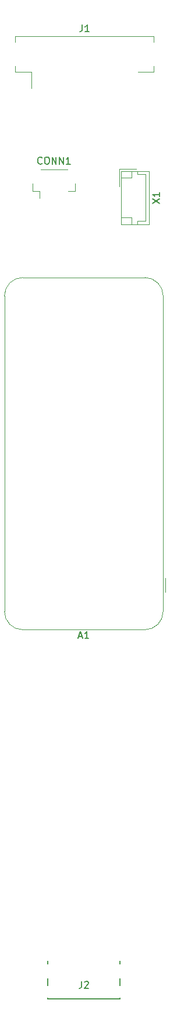
<source format=gbr>
%TF.GenerationSoftware,KiCad,Pcbnew,(6.0.4-0)*%
%TF.CreationDate,2022-12-13T14:35:05+01:00*%
%TF.ProjectId,ControllerBoard,436f6e74-726f-46c6-9c65-72426f617264,rev?*%
%TF.SameCoordinates,Original*%
%TF.FileFunction,Legend,Top*%
%TF.FilePolarity,Positive*%
%FSLAX46Y46*%
G04 Gerber Fmt 4.6, Leading zero omitted, Abs format (unit mm)*
G04 Created by KiCad (PCBNEW (6.0.4-0)) date 2022-12-13 14:35:05*
%MOMM*%
%LPD*%
G01*
G04 APERTURE LIST*
%ADD10C,0.150000*%
%ADD11C,0.120000*%
%ADD12C,0.200000*%
G04 APERTURE END LIST*
D10*
%TO.C,X1*%
X120662380Y-59737523D02*
X121662380Y-59070857D01*
X120662380Y-59070857D02*
X121662380Y-59737523D01*
X121662380Y-58166095D02*
X121662380Y-58737523D01*
X121662380Y-58451809D02*
X120662380Y-58451809D01*
X120805238Y-58547047D01*
X120900476Y-58642285D01*
X120948095Y-58737523D01*
%TO.C,CONN1*%
X104560904Y-53953142D02*
X104513285Y-54000761D01*
X104370428Y-54048380D01*
X104275190Y-54048380D01*
X104132333Y-54000761D01*
X104037095Y-53905523D01*
X103989476Y-53810285D01*
X103941857Y-53619809D01*
X103941857Y-53476952D01*
X103989476Y-53286476D01*
X104037095Y-53191238D01*
X104132333Y-53096000D01*
X104275190Y-53048380D01*
X104370428Y-53048380D01*
X104513285Y-53096000D01*
X104560904Y-53143619D01*
X105179952Y-53048380D02*
X105370428Y-53048380D01*
X105465666Y-53096000D01*
X105560904Y-53191238D01*
X105608523Y-53381714D01*
X105608523Y-53715047D01*
X105560904Y-53905523D01*
X105465666Y-54000761D01*
X105370428Y-54048380D01*
X105179952Y-54048380D01*
X105084714Y-54000761D01*
X104989476Y-53905523D01*
X104941857Y-53715047D01*
X104941857Y-53381714D01*
X104989476Y-53191238D01*
X105084714Y-53096000D01*
X105179952Y-53048380D01*
X106037095Y-54048380D02*
X106037095Y-53048380D01*
X106608523Y-54048380D01*
X106608523Y-53048380D01*
X107084714Y-54048380D02*
X107084714Y-53048380D01*
X107656142Y-54048380D01*
X107656142Y-53048380D01*
X108656142Y-54048380D02*
X108084714Y-54048380D01*
X108370428Y-54048380D02*
X108370428Y-53048380D01*
X108275190Y-53191238D01*
X108179952Y-53286476D01*
X108084714Y-53334095D01*
%TO.C,A1*%
X109929714Y-122478666D02*
X110405904Y-122478666D01*
X109834476Y-122764380D02*
X110167809Y-121764380D01*
X110501142Y-122764380D01*
X111358285Y-122764380D02*
X110786857Y-122764380D01*
X111072571Y-122764380D02*
X111072571Y-121764380D01*
X110977333Y-121907238D01*
X110882095Y-122002476D01*
X110786857Y-122050095D01*
%TO.C,J2*%
X110316666Y-172452380D02*
X110316666Y-173166666D01*
X110269047Y-173309523D01*
X110173809Y-173404761D01*
X110030952Y-173452380D01*
X109935714Y-173452380D01*
X110745238Y-172547619D02*
X110792857Y-172500000D01*
X110888095Y-172452380D01*
X111126190Y-172452380D01*
X111221428Y-172500000D01*
X111269047Y-172547619D01*
X111316666Y-172642857D01*
X111316666Y-172738095D01*
X111269047Y-172880952D01*
X110697619Y-173452380D01*
X111316666Y-173452380D01*
%TO.C,J1*%
X110410666Y-33872380D02*
X110410666Y-34586666D01*
X110363047Y-34729523D01*
X110267809Y-34824761D01*
X110124952Y-34872380D01*
X110029714Y-34872380D01*
X111410666Y-34872380D02*
X110839238Y-34872380D01*
X111124952Y-34872380D02*
X111124952Y-33872380D01*
X111029714Y-34015238D01*
X110934476Y-34110476D01*
X110839238Y-34158095D01*
D11*
%TO.C,X1*%
X118410000Y-55068000D02*
X118410000Y-55568000D01*
X116100000Y-62788000D02*
X120120000Y-62788000D01*
X118410000Y-55568000D02*
X119620000Y-55568000D01*
X117600000Y-62788000D02*
X117600000Y-61788000D01*
X115800000Y-54768000D02*
X115800000Y-57268000D01*
X117600000Y-61788000D02*
X116100000Y-61788000D01*
X118410000Y-62288000D02*
X118410000Y-62788000D01*
X120120000Y-62788000D02*
X120120000Y-55068000D01*
X116100000Y-55068000D02*
X116100000Y-62788000D01*
X119620000Y-62288000D02*
X118410000Y-62288000D01*
X117600000Y-56068000D02*
X116100000Y-56068000D01*
X117600000Y-55068000D02*
X117600000Y-56068000D01*
X120120000Y-55068000D02*
X116100000Y-55068000D01*
X119620000Y-55568000D02*
X119620000Y-62288000D01*
X118300000Y-54768000D02*
X115800000Y-54768000D01*
%TO.C,CONN1*%
X104359000Y-54886000D02*
X108239000Y-54886000D01*
X104239000Y-58006000D02*
X104239000Y-58996000D01*
X109409000Y-58006000D02*
X108359000Y-58006000D01*
X103189000Y-58006000D02*
X104239000Y-58006000D01*
X109409000Y-56856000D02*
X109409000Y-58006000D01*
X103189000Y-56856000D02*
X103189000Y-58006000D01*
%TO.C,A1*%
X122496500Y-114062000D02*
X122496500Y-116062000D01*
X101746500Y-70502000D02*
X119526500Y-70502000D01*
X122176500Y-118872000D02*
X122176500Y-73152000D01*
X101746500Y-121522000D02*
X119526500Y-121522000D01*
X99096500Y-118872000D02*
X99096500Y-73152000D01*
X122176500Y-73152000D02*
G75*
G03*
X119526500Y-70502000I-2650000J0D01*
G01*
X99096500Y-118872000D02*
G75*
G03*
X101746500Y-121522000I2650000J0D01*
G01*
X119526500Y-121522000D02*
G75*
G03*
X122176500Y-118872000I0J2650000D01*
G01*
X101746500Y-70502000D02*
G75*
G03*
X99096500Y-73152000I0J-2650000D01*
G01*
D12*
%TO.C,J2*%
X105380000Y-174850000D02*
X105380000Y-175000000D01*
X115920000Y-172000000D02*
X115920000Y-173050000D01*
X105380000Y-175000000D02*
X115920000Y-175000000D01*
X105380000Y-169450000D02*
X105380000Y-169900000D01*
X105380000Y-172000000D02*
X105380000Y-173050000D01*
X115920000Y-175000000D02*
X115920000Y-174850000D01*
X115920000Y-169450000D02*
X115920000Y-169900000D01*
D11*
%TO.C,J1*%
X100659000Y-39880000D02*
X100659000Y-40730000D01*
X100659000Y-40730000D02*
X102984000Y-40730000D01*
X120829000Y-39880000D02*
X120829000Y-40730000D01*
X120829000Y-40730000D02*
X118504000Y-40730000D01*
X102984000Y-40730000D02*
X102984000Y-43120000D01*
X100659000Y-36360000D02*
X100659000Y-35510000D01*
X100659000Y-35510000D02*
X120829000Y-35510000D01*
X120829000Y-35510000D02*
X120829000Y-36360000D01*
%TD*%
M02*

</source>
